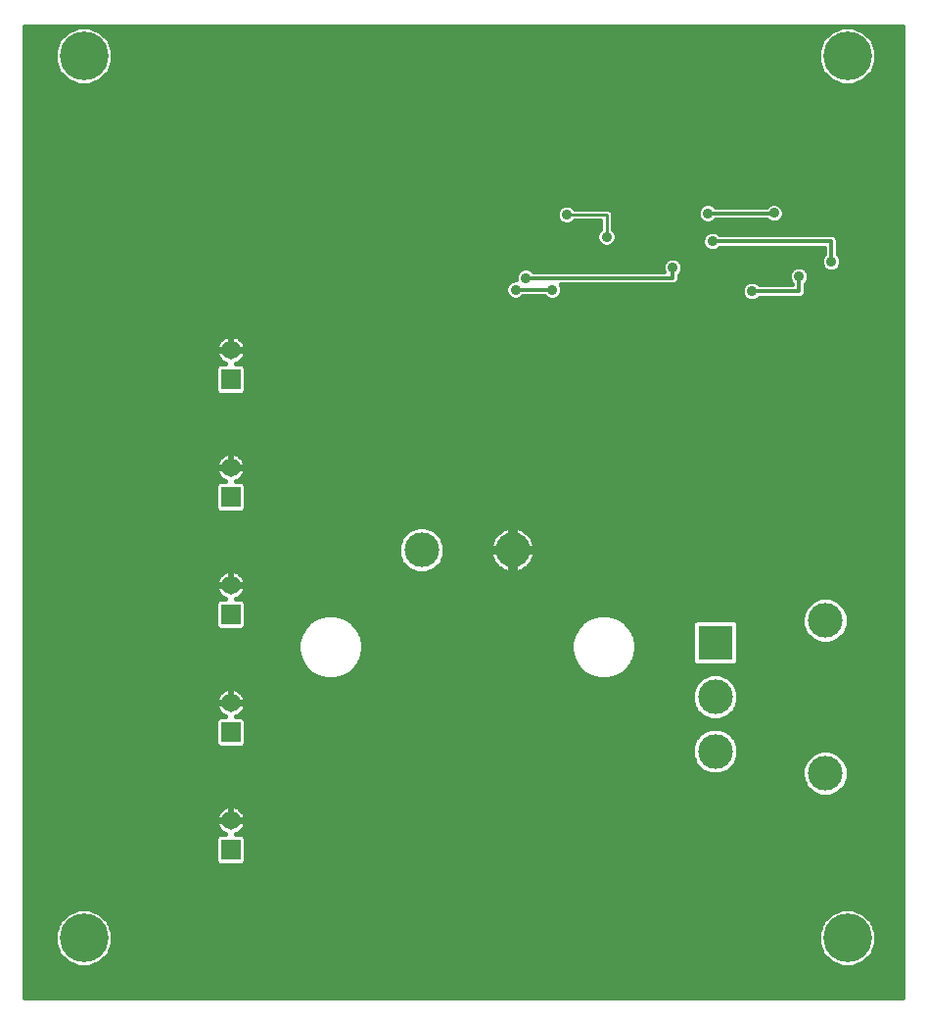
<source format=gbl>
G75*
G70*
%OFA0B0*%
%FSLAX24Y24*%
%IPPOS*%
%LPD*%
%AMOC8*
5,1,8,0,0,1.08239X$1,22.5*
%
%ADD10C,0.1181*%
%ADD11R,0.1181X0.1181*%
%ADD12R,0.0650X0.0650*%
%ADD13C,0.0650*%
%ADD14C,0.0100*%
%ADD15C,0.0320*%
%ADD16C,0.0120*%
%ADD17C,0.0357*%
%ADD18C,0.0160*%
%ADD19C,0.1660*%
D10*
X014100Y015800D03*
X017200Y015800D03*
X024100Y010800D03*
X024100Y008950D03*
X027850Y008200D03*
X027850Y013400D03*
D11*
X024100Y012650D03*
D12*
X007600Y013600D03*
X007600Y009600D03*
X007600Y005600D03*
X007600Y017600D03*
X007600Y021600D03*
D13*
X007600Y022600D03*
X007600Y018600D03*
X007600Y014600D03*
X007600Y010600D03*
X007600Y006600D03*
D14*
X017400Y023550D02*
X017500Y023550D01*
X018700Y026100D02*
X018700Y026150D01*
X019050Y027200D02*
X020400Y027200D01*
X020400Y026450D01*
X022200Y025800D02*
X022200Y025750D01*
X022200Y023500D02*
X022200Y023400D01*
X024500Y020350D02*
X024500Y020250D01*
X026300Y022100D02*
X026400Y022100D01*
X026400Y022150D01*
X027500Y020350D02*
X027500Y020250D01*
X028200Y023800D02*
X028300Y023800D01*
X025000Y029100D02*
X025000Y029150D01*
X015400Y026500D02*
X015400Y026100D01*
D15*
X025500Y015600D02*
X025650Y015600D01*
D16*
X023900Y023450D02*
X022200Y023450D01*
X022200Y023500D01*
X022650Y025050D02*
X022650Y025400D01*
X022650Y025050D02*
X017650Y025050D01*
X017300Y024650D02*
X018550Y024650D01*
X023350Y026650D02*
X023450Y026650D01*
X023450Y026700D01*
X023850Y027250D02*
X025900Y027250D01*
X026100Y027259D01*
X028050Y026300D02*
X028050Y025600D01*
X028050Y026300D02*
X024000Y026300D01*
X025350Y024600D02*
X026950Y024600D01*
X026950Y025100D01*
D17*
X026950Y025100D03*
X028050Y025600D03*
X028300Y023800D03*
X026300Y022100D03*
X027500Y020250D03*
X024500Y020250D03*
X023900Y023450D03*
X022200Y023500D03*
X020900Y024500D03*
X022200Y025800D03*
X022650Y025400D03*
X023350Y026650D03*
X024000Y026300D03*
X023850Y027250D03*
X025000Y029150D03*
X026100Y027259D03*
X025350Y024600D03*
X020400Y026450D03*
X019050Y027200D03*
X018700Y026150D03*
X018550Y024650D03*
X017650Y025050D03*
X017300Y024650D03*
X017400Y023550D03*
X015400Y026100D03*
X016800Y027600D03*
X012700Y030050D03*
X012000Y030050D03*
X011200Y030050D03*
X010400Y030050D03*
X009700Y030050D03*
X009000Y030050D03*
X004300Y030900D03*
X008900Y023750D03*
X008900Y023150D03*
X008900Y022550D03*
X009600Y022550D03*
X009600Y023150D03*
X009600Y023750D03*
X010300Y023750D03*
X010300Y023150D03*
X010300Y022550D03*
X011100Y022550D03*
X011100Y023150D03*
X011100Y023750D03*
X011900Y023750D03*
X011900Y023150D03*
X012700Y023750D03*
X025650Y015600D03*
D18*
X000580Y000580D02*
X000580Y033616D01*
X030490Y033616D01*
X030490Y000580D01*
X000580Y000580D01*
X000580Y000734D02*
X030490Y000734D01*
X030490Y000893D02*
X000580Y000893D01*
X000580Y001051D02*
X030490Y001051D01*
X030490Y001210D02*
X000580Y001210D01*
X000580Y001368D02*
X030490Y001368D01*
X030490Y001527D02*
X000580Y001527D01*
X000580Y001685D02*
X002222Y001685D01*
X002403Y001610D02*
X002797Y001610D01*
X003161Y001761D01*
X003439Y002039D01*
X003590Y002403D01*
X003590Y002797D01*
X003439Y003161D01*
X003161Y003439D01*
X002797Y003590D01*
X002403Y003590D01*
X002039Y003439D01*
X001761Y003161D01*
X001610Y002797D01*
X001610Y002403D01*
X001761Y002039D01*
X002039Y001761D01*
X002403Y001610D01*
X001957Y001844D02*
X000580Y001844D01*
X000580Y002002D02*
X001798Y002002D01*
X001711Y002161D02*
X000580Y002161D01*
X000580Y002319D02*
X001645Y002319D01*
X001610Y002478D02*
X000580Y002478D01*
X000580Y002636D02*
X001610Y002636D01*
X001610Y002795D02*
X000580Y002795D01*
X000580Y002953D02*
X001675Y002953D01*
X001740Y003112D02*
X000580Y003112D01*
X000580Y003270D02*
X001870Y003270D01*
X002029Y003429D02*
X000580Y003429D01*
X000580Y003587D02*
X002396Y003587D01*
X002804Y003587D02*
X028396Y003587D01*
X028403Y003590D02*
X028039Y003439D01*
X027761Y003161D01*
X027610Y002797D01*
X027610Y002403D01*
X027761Y002039D01*
X028039Y001761D01*
X028403Y001610D01*
X028797Y001610D01*
X029161Y001761D01*
X029439Y002039D01*
X029590Y002403D01*
X029590Y002797D01*
X029439Y003161D01*
X029161Y003439D01*
X028797Y003590D01*
X028403Y003590D01*
X028804Y003587D02*
X030490Y003587D01*
X030490Y003429D02*
X029171Y003429D01*
X029330Y003270D02*
X030490Y003270D01*
X030490Y003112D02*
X029460Y003112D01*
X029525Y002953D02*
X030490Y002953D01*
X030490Y002795D02*
X029590Y002795D01*
X029590Y002636D02*
X030490Y002636D01*
X030490Y002478D02*
X029590Y002478D01*
X029555Y002319D02*
X030490Y002319D01*
X030490Y002161D02*
X029489Y002161D01*
X029402Y002002D02*
X030490Y002002D01*
X030490Y001844D02*
X029243Y001844D01*
X028978Y001685D02*
X030490Y001685D01*
X030490Y003746D02*
X000580Y003746D01*
X000580Y003904D02*
X030490Y003904D01*
X030490Y004063D02*
X000580Y004063D01*
X000580Y004221D02*
X030490Y004221D01*
X030490Y004380D02*
X000580Y004380D01*
X000580Y004538D02*
X030490Y004538D01*
X030490Y004697D02*
X000580Y004697D01*
X000580Y004855D02*
X030490Y004855D01*
X030490Y005014D02*
X000580Y005014D01*
X000580Y005172D02*
X007096Y005172D01*
X007075Y005192D02*
X007192Y005075D01*
X008008Y005075D01*
X008125Y005192D01*
X008125Y006008D01*
X008008Y006125D01*
X007771Y006125D01*
X007794Y006132D01*
X007865Y006168D01*
X007929Y006215D01*
X007985Y006271D01*
X008032Y006335D01*
X008068Y006406D01*
X008092Y006482D01*
X008105Y006560D01*
X008105Y006572D01*
X007628Y006572D01*
X007628Y006628D01*
X008105Y006628D01*
X008105Y006640D01*
X008092Y006718D01*
X008068Y006794D01*
X008032Y006865D01*
X007985Y006929D01*
X007929Y006985D01*
X007865Y007032D01*
X007794Y007068D01*
X007718Y007092D01*
X007640Y007105D01*
X007628Y007105D01*
X007628Y006628D01*
X007572Y006628D01*
X007572Y006572D01*
X007095Y006572D01*
X007095Y006560D01*
X007108Y006482D01*
X007132Y006406D01*
X007168Y006335D01*
X007215Y006271D01*
X007271Y006215D01*
X007335Y006168D01*
X007406Y006132D01*
X007429Y006125D01*
X007192Y006125D01*
X007075Y006008D01*
X007075Y005192D01*
X007075Y005331D02*
X000580Y005331D01*
X000580Y005489D02*
X007075Y005489D01*
X007075Y005648D02*
X000580Y005648D01*
X000580Y005806D02*
X007075Y005806D01*
X007075Y005965D02*
X000580Y005965D01*
X000580Y006123D02*
X007191Y006123D01*
X007207Y006282D02*
X000580Y006282D01*
X000580Y006440D02*
X007121Y006440D01*
X007095Y006628D02*
X007572Y006628D01*
X007572Y007105D01*
X007560Y007105D01*
X007482Y007092D01*
X007406Y007068D01*
X007335Y007032D01*
X007271Y006985D01*
X007215Y006929D01*
X007168Y006865D01*
X007132Y006794D01*
X007108Y006718D01*
X007095Y006640D01*
X007095Y006628D01*
X007120Y006757D02*
X000580Y006757D01*
X000580Y006599D02*
X007572Y006599D01*
X007628Y006599D02*
X030490Y006599D01*
X030490Y006757D02*
X008080Y006757D01*
X007995Y006916D02*
X030490Y006916D01*
X030490Y007074D02*
X007775Y007074D01*
X007628Y007074D02*
X007572Y007074D01*
X007425Y007074D02*
X000580Y007074D01*
X000580Y006916D02*
X007205Y006916D01*
X007572Y006916D02*
X007628Y006916D01*
X007628Y006757D02*
X007572Y006757D01*
X007993Y006282D02*
X030490Y006282D01*
X030490Y006440D02*
X008079Y006440D01*
X008009Y006123D02*
X030490Y006123D01*
X030490Y005965D02*
X008125Y005965D01*
X008125Y005806D02*
X030490Y005806D01*
X030490Y005648D02*
X008125Y005648D01*
X008125Y005489D02*
X030490Y005489D01*
X030490Y005331D02*
X008125Y005331D01*
X008104Y005172D02*
X030490Y005172D01*
X030490Y007233D02*
X000580Y007233D01*
X000580Y007391D02*
X030490Y007391D01*
X030490Y007550D02*
X028318Y007550D01*
X028298Y007530D02*
X028520Y007752D01*
X028641Y008043D01*
X028641Y008357D01*
X028520Y008648D01*
X028298Y008870D01*
X028007Y008991D01*
X027693Y008991D01*
X027402Y008870D01*
X027180Y008648D01*
X027059Y008357D01*
X027059Y008043D01*
X027180Y007752D01*
X027402Y007530D01*
X027693Y007409D01*
X028007Y007409D01*
X028298Y007530D01*
X028476Y007708D02*
X030490Y007708D01*
X030490Y007867D02*
X028568Y007867D01*
X028633Y008025D02*
X030490Y008025D01*
X030490Y008184D02*
X028641Y008184D01*
X028641Y008342D02*
X030490Y008342D01*
X030490Y008501D02*
X028581Y008501D01*
X028509Y008659D02*
X030490Y008659D01*
X030490Y008818D02*
X028350Y008818D01*
X028042Y008976D02*
X030490Y008976D01*
X030490Y009135D02*
X024879Y009135D01*
X024891Y009107D02*
X024770Y009398D01*
X024548Y009620D01*
X024257Y009741D01*
X023943Y009741D01*
X023652Y009620D01*
X023430Y009398D01*
X023309Y009107D01*
X023309Y008793D01*
X023430Y008502D01*
X023652Y008280D01*
X023943Y008159D01*
X024257Y008159D01*
X024548Y008280D01*
X024770Y008502D01*
X024891Y008793D01*
X024891Y009107D01*
X024891Y008976D02*
X027658Y008976D01*
X027350Y008818D02*
X024891Y008818D01*
X024835Y008659D02*
X027191Y008659D01*
X027119Y008501D02*
X024769Y008501D01*
X024610Y008342D02*
X027059Y008342D01*
X027059Y008184D02*
X024315Y008184D01*
X023885Y008184D02*
X000580Y008184D01*
X000580Y008342D02*
X023590Y008342D01*
X023431Y008501D02*
X000580Y008501D01*
X000580Y008659D02*
X023365Y008659D01*
X023309Y008818D02*
X000580Y008818D01*
X000580Y008976D02*
X023309Y008976D01*
X023321Y009135D02*
X008067Y009135D01*
X008125Y009192D02*
X008008Y009075D01*
X007192Y009075D01*
X007075Y009192D01*
X007075Y010008D01*
X007192Y010125D01*
X007429Y010125D01*
X007406Y010132D01*
X007335Y010168D01*
X007271Y010215D01*
X007215Y010271D01*
X007168Y010335D01*
X007132Y010406D01*
X007108Y010482D01*
X007095Y010560D01*
X007095Y010572D01*
X007572Y010572D01*
X007572Y010628D01*
X007095Y010628D01*
X007095Y010640D01*
X007108Y010718D01*
X007132Y010794D01*
X007168Y010865D01*
X007215Y010929D01*
X007271Y010985D01*
X007335Y011032D01*
X007406Y011068D01*
X007482Y011092D01*
X007560Y011105D01*
X007572Y011105D01*
X007572Y010628D01*
X007628Y010628D01*
X008105Y010628D01*
X008105Y010640D01*
X008092Y010718D01*
X008068Y010794D01*
X008032Y010865D01*
X007985Y010929D01*
X007929Y010985D01*
X007865Y011032D01*
X007794Y011068D01*
X007718Y011092D01*
X007640Y011105D01*
X007628Y011105D01*
X007628Y010628D01*
X007628Y010572D01*
X008105Y010572D01*
X008105Y010560D01*
X008092Y010482D01*
X008068Y010406D01*
X008032Y010335D01*
X007985Y010271D01*
X007929Y010215D01*
X007865Y010168D01*
X007794Y010132D01*
X007771Y010125D01*
X008008Y010125D01*
X008125Y010008D01*
X008125Y009192D01*
X008125Y009293D02*
X023386Y009293D01*
X023484Y009452D02*
X008125Y009452D01*
X008125Y009610D02*
X023642Y009610D01*
X023759Y010086D02*
X008047Y010086D01*
X008125Y009927D02*
X030490Y009927D01*
X030490Y009769D02*
X008125Y009769D01*
X007958Y010244D02*
X023538Y010244D01*
X023430Y010352D02*
X023652Y010130D01*
X023943Y010009D01*
X024257Y010009D01*
X024548Y010130D01*
X024770Y010352D01*
X024891Y010643D01*
X024891Y010957D01*
X024770Y011248D01*
X024548Y011470D01*
X024257Y011591D01*
X023943Y011591D01*
X023652Y011470D01*
X023430Y011248D01*
X023309Y010957D01*
X023309Y010643D01*
X023430Y010352D01*
X023409Y010403D02*
X008066Y010403D01*
X008105Y010561D02*
X023343Y010561D01*
X023309Y010720D02*
X008092Y010720D01*
X008022Y010878D02*
X023309Y010878D01*
X023342Y011037D02*
X007855Y011037D01*
X007628Y011037D02*
X007572Y011037D01*
X007572Y010878D02*
X007628Y010878D01*
X007628Y010720D02*
X007572Y010720D01*
X007345Y011037D02*
X000580Y011037D01*
X000580Y011195D02*
X023408Y011195D01*
X023536Y011354D02*
X000580Y011354D01*
X000580Y011512D02*
X010491Y011512D01*
X010572Y011466D02*
X010318Y011612D01*
X010112Y011818D01*
X009966Y012072D01*
X009890Y012354D01*
X009890Y012646D01*
X009966Y012928D01*
X010112Y013182D01*
X010318Y013388D01*
X010572Y013534D01*
X010854Y013610D01*
X011146Y013610D01*
X011428Y013534D01*
X011682Y013388D01*
X011888Y013182D01*
X012034Y012928D01*
X012110Y012646D01*
X012110Y012354D01*
X012034Y012072D01*
X011888Y011818D01*
X011682Y011612D01*
X011428Y011466D01*
X011146Y011390D01*
X010854Y011390D01*
X010572Y011466D01*
X010260Y011671D02*
X000580Y011671D01*
X000580Y011829D02*
X010106Y011829D01*
X010014Y011988D02*
X000580Y011988D01*
X000580Y012146D02*
X009946Y012146D01*
X009903Y012305D02*
X000580Y012305D01*
X000580Y012463D02*
X009890Y012463D01*
X009890Y012622D02*
X000580Y012622D01*
X000580Y012780D02*
X009926Y012780D01*
X009972Y012939D02*
X000580Y012939D01*
X000580Y013097D02*
X007171Y013097D01*
X007192Y013075D02*
X008008Y013075D01*
X008125Y013192D01*
X008125Y014008D01*
X008008Y014125D01*
X007771Y014125D01*
X007794Y014132D01*
X007865Y014168D01*
X007929Y014215D01*
X007985Y014271D01*
X008032Y014335D01*
X008068Y014406D01*
X008092Y014482D01*
X008105Y014560D01*
X008105Y014572D01*
X007628Y014572D01*
X007628Y014628D01*
X008105Y014628D01*
X008105Y014640D01*
X008092Y014718D01*
X008068Y014794D01*
X008032Y014865D01*
X007985Y014929D01*
X007929Y014985D01*
X007865Y015032D01*
X007794Y015068D01*
X007718Y015092D01*
X007640Y015105D01*
X007628Y015105D01*
X007628Y014628D01*
X007572Y014628D01*
X007572Y014572D01*
X007095Y014572D01*
X007095Y014560D01*
X007108Y014482D01*
X007132Y014406D01*
X007168Y014335D01*
X007215Y014271D01*
X007271Y014215D01*
X007335Y014168D01*
X007406Y014132D01*
X007429Y014125D01*
X007192Y014125D01*
X007075Y014008D01*
X007075Y013192D01*
X007192Y013075D01*
X007075Y013256D02*
X000580Y013256D01*
X000580Y013414D02*
X007075Y013414D01*
X007075Y013573D02*
X000580Y013573D01*
X000580Y013731D02*
X007075Y013731D01*
X007075Y013890D02*
X000580Y013890D01*
X000580Y014048D02*
X007116Y014048D01*
X007283Y014207D02*
X000580Y014207D01*
X000580Y014365D02*
X007153Y014365D01*
X007101Y014524D02*
X000580Y014524D01*
X000580Y014682D02*
X007102Y014682D01*
X007108Y014718D02*
X007095Y014640D01*
X007095Y014628D01*
X007572Y014628D01*
X007572Y015105D01*
X007560Y015105D01*
X007482Y015092D01*
X007406Y015068D01*
X007335Y015032D01*
X007271Y014985D01*
X007215Y014929D01*
X007168Y014865D01*
X007132Y014794D01*
X007108Y014718D01*
X007156Y014841D02*
X000580Y014841D01*
X000580Y014999D02*
X007290Y014999D01*
X007572Y014999D02*
X007628Y014999D01*
X007628Y014841D02*
X007572Y014841D01*
X007572Y014682D02*
X007628Y014682D01*
X007910Y014999D02*
X030490Y014999D01*
X030490Y014841D02*
X008044Y014841D01*
X008098Y014682D02*
X030490Y014682D01*
X030490Y014524D02*
X008099Y014524D01*
X008047Y014365D02*
X030490Y014365D01*
X030490Y014207D02*
X007917Y014207D01*
X008084Y014048D02*
X027380Y014048D01*
X027402Y014070D02*
X027180Y013848D01*
X027059Y013557D01*
X027059Y013243D01*
X027180Y012952D01*
X027402Y012730D01*
X027693Y012609D01*
X028007Y012609D01*
X028298Y012730D01*
X028520Y012952D01*
X028641Y013243D01*
X028641Y013557D01*
X028520Y013848D01*
X028298Y014070D01*
X028007Y014191D01*
X027693Y014191D01*
X027402Y014070D01*
X027222Y013890D02*
X008125Y013890D01*
X008125Y013731D02*
X027131Y013731D01*
X027066Y013573D02*
X020586Y013573D01*
X020446Y013610D02*
X020728Y013534D01*
X020982Y013388D01*
X021188Y013182D01*
X021334Y012928D01*
X021410Y012646D01*
X021410Y012354D01*
X021334Y012072D01*
X021188Y011818D01*
X020982Y011612D01*
X020728Y011466D01*
X020446Y011390D01*
X020154Y011390D01*
X019872Y011466D01*
X019618Y011612D01*
X019412Y011818D01*
X019266Y012072D01*
X019190Y012354D01*
X019190Y012646D01*
X019266Y012928D01*
X019412Y013182D01*
X019618Y013388D01*
X019872Y013534D01*
X020154Y013610D01*
X020446Y013610D01*
X020014Y013573D02*
X011286Y013573D01*
X011637Y013414D02*
X019663Y013414D01*
X019486Y013256D02*
X011814Y013256D01*
X011937Y013097D02*
X019363Y013097D01*
X019272Y012939D02*
X012028Y012939D01*
X012074Y012780D02*
X019226Y012780D01*
X019190Y012622D02*
X012110Y012622D01*
X012110Y012463D02*
X019190Y012463D01*
X019203Y012305D02*
X012097Y012305D01*
X012054Y012146D02*
X019246Y012146D01*
X019314Y011988D02*
X011986Y011988D01*
X011894Y011829D02*
X019406Y011829D01*
X019560Y011671D02*
X011740Y011671D01*
X011509Y011512D02*
X019791Y011512D01*
X020809Y011512D02*
X023753Y011512D01*
X023427Y011859D02*
X023309Y011977D01*
X023309Y013323D01*
X023427Y013441D01*
X024773Y013441D01*
X024891Y013323D01*
X024891Y011977D01*
X024773Y011859D01*
X023427Y011859D01*
X023309Y011988D02*
X021286Y011988D01*
X021354Y012146D02*
X023309Y012146D01*
X023309Y012305D02*
X021397Y012305D01*
X021410Y012463D02*
X023309Y012463D01*
X023309Y012622D02*
X021410Y012622D01*
X021374Y012780D02*
X023309Y012780D01*
X023309Y012939D02*
X021328Y012939D01*
X021237Y013097D02*
X023309Y013097D01*
X023309Y013256D02*
X021114Y013256D01*
X020937Y013414D02*
X023400Y013414D01*
X024800Y013414D02*
X027059Y013414D01*
X027059Y013256D02*
X024891Y013256D01*
X024891Y013097D02*
X027120Y013097D01*
X027193Y012939D02*
X024891Y012939D01*
X024891Y012780D02*
X027352Y012780D01*
X027664Y012622D02*
X024891Y012622D01*
X024891Y012463D02*
X030490Y012463D01*
X030490Y012305D02*
X024891Y012305D01*
X024891Y012146D02*
X030490Y012146D01*
X030490Y011988D02*
X024891Y011988D01*
X024447Y011512D02*
X030490Y011512D01*
X030490Y011354D02*
X024664Y011354D01*
X024792Y011195D02*
X030490Y011195D01*
X030490Y011037D02*
X024858Y011037D01*
X024891Y010878D02*
X030490Y010878D01*
X030490Y010720D02*
X024891Y010720D01*
X024857Y010561D02*
X030490Y010561D01*
X030490Y010403D02*
X024791Y010403D01*
X024662Y010244D02*
X030490Y010244D01*
X030490Y010086D02*
X024441Y010086D01*
X024558Y009610D02*
X030490Y009610D01*
X030490Y009452D02*
X024716Y009452D01*
X024814Y009293D02*
X030490Y009293D01*
X030490Y011671D02*
X021040Y011671D01*
X021194Y011829D02*
X030490Y011829D01*
X030490Y012622D02*
X028036Y012622D01*
X028348Y012780D02*
X030490Y012780D01*
X030490Y012939D02*
X028507Y012939D01*
X028580Y013097D02*
X030490Y013097D01*
X030490Y013256D02*
X028641Y013256D01*
X028641Y013414D02*
X030490Y013414D01*
X030490Y013573D02*
X028634Y013573D01*
X028569Y013731D02*
X030490Y013731D01*
X030490Y013890D02*
X028478Y013890D01*
X028320Y014048D02*
X030490Y014048D01*
X030490Y015158D02*
X017628Y015158D01*
X017629Y015158D02*
X017709Y015219D01*
X017781Y015291D01*
X017842Y015371D01*
X017893Y015458D01*
X017931Y015552D01*
X017957Y015649D01*
X017967Y015720D01*
X017280Y015720D01*
X017280Y015880D01*
X017120Y015880D01*
X017120Y016567D01*
X017049Y016557D01*
X016952Y016531D01*
X016858Y016493D01*
X016771Y016442D01*
X016691Y016381D01*
X016619Y016309D01*
X016558Y016229D01*
X016507Y016142D01*
X016469Y016048D01*
X016443Y015951D01*
X016433Y015880D01*
X017120Y015880D01*
X017120Y015720D01*
X016433Y015720D01*
X016443Y015649D01*
X016469Y015552D01*
X016507Y015458D01*
X016558Y015371D01*
X016619Y015291D01*
X016691Y015219D01*
X016771Y015158D01*
X016858Y015107D01*
X016952Y015069D01*
X017049Y015043D01*
X017120Y015033D01*
X017120Y015720D01*
X017280Y015720D01*
X017280Y015033D01*
X017351Y015043D01*
X017448Y015069D01*
X017542Y015107D01*
X017629Y015158D01*
X017800Y015316D02*
X030490Y015316D01*
X030490Y015475D02*
X017899Y015475D01*
X017953Y015633D02*
X030490Y015633D01*
X030490Y015792D02*
X017280Y015792D01*
X017280Y015880D02*
X017967Y015880D01*
X017957Y015951D01*
X017931Y016048D01*
X017893Y016142D01*
X017842Y016229D01*
X017781Y016309D01*
X017709Y016381D01*
X017629Y016442D01*
X017542Y016493D01*
X017448Y016531D01*
X017351Y016557D01*
X017280Y016567D01*
X017280Y015880D01*
X017280Y015950D02*
X017120Y015950D01*
X017120Y015792D02*
X014891Y015792D01*
X014891Y015643D02*
X014891Y015957D01*
X014770Y016248D01*
X014548Y016470D01*
X014257Y016591D01*
X013943Y016591D01*
X013652Y016470D01*
X013430Y016248D01*
X013309Y015957D01*
X013309Y015643D01*
X013430Y015352D01*
X013652Y015130D01*
X013943Y015009D01*
X014257Y015009D01*
X014548Y015130D01*
X014770Y015352D01*
X014891Y015643D01*
X014887Y015633D02*
X016447Y015633D01*
X016501Y015475D02*
X014821Y015475D01*
X014734Y015316D02*
X016600Y015316D01*
X016772Y015158D02*
X014576Y015158D01*
X014891Y015950D02*
X016443Y015950D01*
X016494Y016109D02*
X014828Y016109D01*
X014751Y016267D02*
X016587Y016267D01*
X016749Y016426D02*
X014592Y016426D01*
X014273Y016584D02*
X030490Y016584D01*
X030490Y016426D02*
X017651Y016426D01*
X017813Y016267D02*
X030490Y016267D01*
X030490Y016109D02*
X017906Y016109D01*
X017957Y015950D02*
X030490Y015950D01*
X030490Y016743D02*
X000580Y016743D01*
X000580Y016901D02*
X030490Y016901D01*
X030490Y017060D02*
X000580Y017060D01*
X000580Y017218D02*
X007075Y017218D01*
X007075Y017192D02*
X007192Y017075D01*
X008008Y017075D01*
X008125Y017192D01*
X008125Y018008D01*
X008008Y018125D01*
X007771Y018125D01*
X007794Y018132D01*
X007865Y018168D01*
X007929Y018215D01*
X007985Y018271D01*
X008032Y018335D01*
X008068Y018406D01*
X008092Y018482D01*
X008105Y018560D01*
X008105Y018572D01*
X007628Y018572D01*
X007628Y018628D01*
X008105Y018628D01*
X008105Y018640D01*
X008092Y018718D01*
X008068Y018794D01*
X008032Y018865D01*
X007985Y018929D01*
X007929Y018985D01*
X007865Y019032D01*
X007794Y019068D01*
X007718Y019092D01*
X007640Y019105D01*
X007628Y019105D01*
X007628Y018628D01*
X007572Y018628D01*
X007572Y018572D01*
X007095Y018572D01*
X007095Y018560D01*
X007108Y018482D01*
X007132Y018406D01*
X007168Y018335D01*
X007215Y018271D01*
X007271Y018215D01*
X007335Y018168D01*
X007406Y018132D01*
X007429Y018125D01*
X007192Y018125D01*
X007075Y018008D01*
X007075Y017192D01*
X007075Y017377D02*
X000580Y017377D01*
X000580Y017535D02*
X007075Y017535D01*
X007075Y017694D02*
X000580Y017694D01*
X000580Y017852D02*
X007075Y017852D01*
X007078Y018011D02*
X000580Y018011D01*
X000580Y018169D02*
X007334Y018169D01*
X007174Y018328D02*
X000580Y018328D01*
X000580Y018486D02*
X007107Y018486D01*
X007095Y018628D02*
X007572Y018628D01*
X007572Y019105D01*
X007560Y019105D01*
X007482Y019092D01*
X007406Y019068D01*
X007335Y019032D01*
X007271Y018985D01*
X007215Y018929D01*
X007168Y018865D01*
X007132Y018794D01*
X007108Y018718D01*
X007095Y018640D01*
X007095Y018628D01*
X007096Y018645D02*
X000580Y018645D01*
X000580Y018803D02*
X007137Y018803D01*
X007248Y018962D02*
X000580Y018962D01*
X000580Y019120D02*
X030490Y019120D01*
X030490Y018962D02*
X007952Y018962D01*
X008063Y018803D02*
X030490Y018803D01*
X030490Y018645D02*
X008104Y018645D01*
X008093Y018486D02*
X030490Y018486D01*
X030490Y018328D02*
X008026Y018328D01*
X007866Y018169D02*
X030490Y018169D01*
X030490Y018011D02*
X008122Y018011D01*
X008125Y017852D02*
X030490Y017852D01*
X030490Y017694D02*
X008125Y017694D01*
X008125Y017535D02*
X030490Y017535D01*
X030490Y017377D02*
X008125Y017377D01*
X008125Y017218D02*
X030490Y017218D01*
X030490Y019279D02*
X000580Y019279D01*
X000580Y019437D02*
X030490Y019437D01*
X030490Y019596D02*
X000580Y019596D01*
X000580Y019754D02*
X030490Y019754D01*
X030490Y019913D02*
X000580Y019913D01*
X000580Y020071D02*
X030490Y020071D01*
X030490Y020230D02*
X000580Y020230D01*
X000580Y020388D02*
X030490Y020388D01*
X030490Y020547D02*
X000580Y020547D01*
X000580Y020705D02*
X030490Y020705D01*
X030490Y020864D02*
X000580Y020864D01*
X000580Y021022D02*
X030490Y021022D01*
X030490Y021181D02*
X008113Y021181D01*
X008125Y021192D02*
X008125Y022008D01*
X008008Y022125D01*
X007771Y022125D01*
X007794Y022132D01*
X007865Y022168D01*
X007929Y022215D01*
X007985Y022271D01*
X008032Y022335D01*
X008068Y022406D01*
X008092Y022482D01*
X008105Y022560D01*
X008105Y022572D01*
X007628Y022572D01*
X007628Y022628D01*
X008105Y022628D01*
X008105Y022640D01*
X008092Y022718D01*
X008068Y022794D01*
X008032Y022865D01*
X007985Y022929D01*
X007929Y022985D01*
X007865Y023032D01*
X007794Y023068D01*
X007718Y023092D01*
X007640Y023105D01*
X007628Y023105D01*
X007628Y022628D01*
X007572Y022628D01*
X007572Y022572D01*
X007095Y022572D01*
X007095Y022560D01*
X007108Y022482D01*
X007132Y022406D01*
X007168Y022335D01*
X007215Y022271D01*
X007271Y022215D01*
X007335Y022168D01*
X007406Y022132D01*
X007429Y022125D01*
X007192Y022125D01*
X007075Y022008D01*
X007075Y021192D01*
X007192Y021075D01*
X008008Y021075D01*
X008125Y021192D01*
X008125Y021339D02*
X030490Y021339D01*
X030490Y021498D02*
X008125Y021498D01*
X008125Y021656D02*
X030490Y021656D01*
X030490Y021815D02*
X008125Y021815D01*
X008125Y021973D02*
X030490Y021973D01*
X030490Y022132D02*
X007792Y022132D01*
X007999Y022290D02*
X030490Y022290D01*
X030490Y022449D02*
X008082Y022449D01*
X008077Y022766D02*
X030490Y022766D01*
X030490Y022924D02*
X007989Y022924D01*
X007748Y023083D02*
X030490Y023083D01*
X030490Y023241D02*
X000580Y023241D01*
X000580Y023083D02*
X007452Y023083D01*
X007482Y023092D02*
X007406Y023068D01*
X007335Y023032D01*
X007271Y022985D01*
X007215Y022929D01*
X007168Y022865D01*
X007132Y022794D01*
X007108Y022718D01*
X007095Y022640D01*
X007095Y022628D01*
X007572Y022628D01*
X007572Y023105D01*
X007560Y023105D01*
X007482Y023092D01*
X007572Y023083D02*
X007628Y023083D01*
X007628Y022924D02*
X007572Y022924D01*
X007572Y022766D02*
X007628Y022766D01*
X007628Y022607D02*
X030490Y022607D01*
X030490Y023400D02*
X000580Y023400D01*
X000580Y023558D02*
X030490Y023558D01*
X030490Y023717D02*
X000580Y023717D01*
X000580Y023875D02*
X030490Y023875D01*
X030490Y024034D02*
X000580Y024034D01*
X000580Y024192D02*
X030490Y024192D01*
X030490Y024351D02*
X025579Y024351D01*
X025609Y024380D02*
X026859Y024380D01*
X027041Y024380D01*
X027170Y024509D01*
X030490Y024509D01*
X030490Y024668D02*
X027170Y024668D01*
X027170Y024826D02*
X030490Y024826D01*
X030490Y024985D02*
X027268Y024985D01*
X027288Y025033D02*
X027288Y025167D01*
X027237Y025292D01*
X027142Y025387D01*
X027017Y025438D01*
X026883Y025438D01*
X026758Y025387D01*
X026663Y025292D01*
X026612Y025167D01*
X026612Y025033D01*
X026663Y024908D01*
X026730Y024841D01*
X026730Y024820D01*
X025609Y024820D01*
X025542Y024887D01*
X025417Y024938D01*
X025283Y024938D01*
X025158Y024887D01*
X025063Y024792D01*
X025012Y024667D01*
X025012Y024533D01*
X025063Y024408D01*
X025158Y024313D01*
X025283Y024262D01*
X025417Y024262D01*
X025542Y024313D01*
X025609Y024380D01*
X025603Y024826D02*
X026730Y024826D01*
X026632Y024985D02*
X022870Y024985D01*
X022870Y024959D02*
X022870Y025141D01*
X022937Y025208D01*
X022988Y025333D01*
X022988Y025467D01*
X022937Y025592D01*
X022842Y025687D01*
X022717Y025738D01*
X022583Y025738D01*
X022458Y025687D01*
X022363Y025592D01*
X022312Y025467D01*
X022312Y025333D01*
X022338Y025270D01*
X017909Y025270D01*
X017842Y025337D01*
X017717Y025388D01*
X017583Y025388D01*
X017458Y025337D01*
X017363Y025242D01*
X017312Y025117D01*
X017312Y024988D01*
X017233Y024988D01*
X017108Y024937D01*
X017013Y024842D01*
X016962Y024717D01*
X016962Y024583D01*
X017013Y024458D01*
X017108Y024363D01*
X017233Y024312D01*
X017367Y024312D01*
X017492Y024363D01*
X017559Y024430D01*
X018291Y024430D01*
X018358Y024363D01*
X018483Y024312D01*
X018617Y024312D01*
X018742Y024363D01*
X018837Y024458D01*
X018888Y024583D01*
X018888Y024717D01*
X018842Y024830D01*
X022741Y024830D01*
X022870Y024959D01*
X022872Y025143D02*
X026612Y025143D01*
X026673Y025302D02*
X022976Y025302D01*
X022988Y025460D02*
X027742Y025460D01*
X027763Y025408D02*
X027858Y025313D01*
X027983Y025262D01*
X028117Y025262D01*
X028242Y025313D01*
X028337Y025408D01*
X028388Y025533D01*
X028388Y025667D01*
X028337Y025792D01*
X028270Y025859D01*
X028270Y026391D01*
X028141Y026520D01*
X024259Y026520D01*
X024192Y026587D01*
X024067Y026638D01*
X023933Y026638D01*
X023808Y026587D01*
X023713Y026492D01*
X023662Y026367D01*
X023662Y026233D01*
X023713Y026108D01*
X023808Y026013D01*
X023933Y025962D01*
X024067Y025962D01*
X024192Y026013D01*
X024259Y026080D01*
X027830Y026080D01*
X027830Y025859D01*
X027763Y025792D01*
X027712Y025667D01*
X027712Y025533D01*
X027763Y025408D01*
X027886Y025302D02*
X027227Y025302D01*
X027288Y025143D02*
X030490Y025143D01*
X030490Y025302D02*
X028214Y025302D01*
X028358Y025460D02*
X030490Y025460D01*
X030490Y025619D02*
X028388Y025619D01*
X028343Y025777D02*
X030490Y025777D01*
X030490Y025936D02*
X028270Y025936D01*
X028270Y026094D02*
X030490Y026094D01*
X030490Y026253D02*
X028270Y026253D01*
X028250Y026411D02*
X030490Y026411D01*
X030490Y026570D02*
X024209Y026570D01*
X023791Y026570D02*
X020717Y026570D01*
X020738Y026517D02*
X020687Y026642D01*
X020610Y026719D01*
X020610Y027287D01*
X020487Y027410D01*
X019319Y027410D01*
X019242Y027487D01*
X019117Y027538D01*
X018983Y027538D01*
X018858Y027487D01*
X018763Y027392D01*
X018712Y027267D01*
X018712Y027133D01*
X018763Y027008D01*
X018858Y026913D01*
X018983Y026862D01*
X019117Y026862D01*
X019242Y026913D01*
X019319Y026990D01*
X020190Y026990D01*
X020190Y026719D01*
X020113Y026642D01*
X020062Y026517D01*
X020062Y026383D01*
X020113Y026258D01*
X020208Y026163D01*
X020333Y026112D01*
X020467Y026112D01*
X020592Y026163D01*
X020687Y026258D01*
X020738Y026383D01*
X020738Y026517D01*
X020738Y026411D02*
X023680Y026411D01*
X023662Y026253D02*
X020681Y026253D01*
X020610Y026728D02*
X030490Y026728D01*
X030490Y026887D02*
X020610Y026887D01*
X020610Y027045D02*
X023576Y027045D01*
X023563Y027058D02*
X023658Y026963D01*
X023783Y026912D01*
X023917Y026912D01*
X024042Y026963D01*
X024109Y027030D01*
X025814Y027030D01*
X025818Y027026D01*
X025852Y027028D01*
X025908Y026972D01*
X026033Y026920D01*
X026167Y026920D01*
X026292Y026972D01*
X026387Y027067D01*
X026438Y027191D01*
X026438Y027326D01*
X026387Y027450D01*
X026292Y027546D01*
X026167Y027597D01*
X026033Y027597D01*
X025908Y027546D01*
X025833Y027470D01*
X024109Y027470D01*
X024042Y027537D01*
X023917Y027588D01*
X023783Y027588D01*
X023658Y027537D01*
X023563Y027442D01*
X023512Y027317D01*
X023512Y027183D01*
X023563Y027058D01*
X023512Y027204D02*
X020610Y027204D01*
X020535Y027362D02*
X023530Y027362D01*
X023642Y027521D02*
X019160Y027521D01*
X018940Y027521D02*
X000580Y027521D01*
X000580Y027679D02*
X030490Y027679D01*
X030490Y027521D02*
X026317Y027521D01*
X026423Y027362D02*
X030490Y027362D01*
X030490Y027204D02*
X026438Y027204D01*
X026365Y027045D02*
X030490Y027045D01*
X030490Y027838D02*
X000580Y027838D01*
X000580Y027996D02*
X030490Y027996D01*
X030490Y028155D02*
X000580Y028155D01*
X000580Y028313D02*
X030490Y028313D01*
X030490Y028472D02*
X000580Y028472D01*
X000580Y028630D02*
X030490Y028630D01*
X030490Y028789D02*
X000580Y028789D01*
X000580Y028947D02*
X030490Y028947D01*
X030490Y029106D02*
X000580Y029106D01*
X000580Y029264D02*
X030490Y029264D01*
X030490Y029423D02*
X000580Y029423D01*
X000580Y029581D02*
X030490Y029581D01*
X030490Y029740D02*
X000580Y029740D01*
X000580Y029898D02*
X030490Y029898D01*
X030490Y030057D02*
X000580Y030057D01*
X000580Y030215D02*
X030490Y030215D01*
X030490Y030374D02*
X000580Y030374D01*
X000580Y030532D02*
X030490Y030532D01*
X030490Y030691D02*
X000580Y030691D01*
X000580Y030849D02*
X030490Y030849D01*
X030490Y031008D02*
X000580Y031008D01*
X000580Y031166D02*
X030490Y031166D01*
X030490Y031325D02*
X000580Y031325D01*
X000580Y031483D02*
X030490Y031483D01*
X030490Y031642D02*
X028873Y031642D01*
X028797Y031610D02*
X029161Y031761D01*
X029439Y032039D01*
X029590Y032403D01*
X029590Y032797D01*
X029439Y033161D01*
X029161Y033439D01*
X028797Y033590D01*
X028403Y033590D01*
X028039Y033439D01*
X027761Y033161D01*
X027610Y032797D01*
X027610Y032403D01*
X027761Y032039D01*
X028039Y031761D01*
X028403Y031610D01*
X028797Y031610D01*
X029200Y031800D02*
X030490Y031800D01*
X030490Y031959D02*
X029359Y031959D01*
X029471Y032117D02*
X030490Y032117D01*
X030490Y032276D02*
X029537Y032276D01*
X029590Y032434D02*
X030490Y032434D01*
X030490Y032593D02*
X029590Y032593D01*
X029590Y032751D02*
X030490Y032751D01*
X030490Y032910D02*
X029543Y032910D01*
X029478Y033068D02*
X030490Y033068D01*
X030490Y033227D02*
X029373Y033227D01*
X029215Y033385D02*
X030490Y033385D01*
X030490Y033544D02*
X028909Y033544D01*
X028291Y033544D02*
X002909Y033544D01*
X002797Y033590D02*
X002403Y033590D01*
X002039Y033439D01*
X001761Y033161D01*
X001610Y032797D01*
X001610Y032403D01*
X001761Y032039D01*
X002039Y031761D01*
X002403Y031610D01*
X002797Y031610D01*
X003161Y031761D01*
X003439Y032039D01*
X003590Y032403D01*
X003590Y032797D01*
X003439Y033161D01*
X003161Y033439D01*
X002797Y033590D01*
X003215Y033385D02*
X027985Y033385D01*
X027827Y033227D02*
X003373Y033227D01*
X003478Y033068D02*
X027722Y033068D01*
X027657Y032910D02*
X003543Y032910D01*
X003590Y032751D02*
X027610Y032751D01*
X027610Y032593D02*
X003590Y032593D01*
X003590Y032434D02*
X027610Y032434D01*
X027663Y032276D02*
X003537Y032276D01*
X003471Y032117D02*
X027729Y032117D01*
X027841Y031959D02*
X003359Y031959D01*
X003200Y031800D02*
X028000Y031800D01*
X028327Y031642D02*
X002873Y031642D01*
X002327Y031642D02*
X000580Y031642D01*
X000580Y031800D02*
X002000Y031800D01*
X001841Y031959D02*
X000580Y031959D01*
X000580Y032117D02*
X001729Y032117D01*
X001663Y032276D02*
X000580Y032276D01*
X000580Y032434D02*
X001610Y032434D01*
X001610Y032593D02*
X000580Y032593D01*
X000580Y032751D02*
X001610Y032751D01*
X001657Y032910D02*
X000580Y032910D01*
X000580Y033068D02*
X001722Y033068D01*
X001827Y033227D02*
X000580Y033227D01*
X000580Y033385D02*
X001985Y033385D01*
X002291Y033544D02*
X000580Y033544D01*
X000580Y027362D02*
X018751Y027362D01*
X018712Y027204D02*
X000580Y027204D01*
X000580Y027045D02*
X018748Y027045D01*
X018922Y026887D02*
X000580Y026887D01*
X000580Y026728D02*
X020190Y026728D01*
X020190Y026887D02*
X019178Y026887D01*
X020083Y026570D02*
X000580Y026570D01*
X000580Y026411D02*
X020062Y026411D01*
X020119Y026253D02*
X000580Y026253D01*
X000580Y026094D02*
X023727Y026094D01*
X022910Y025619D02*
X027712Y025619D01*
X027757Y025777D02*
X000580Y025777D01*
X000580Y025619D02*
X022390Y025619D01*
X022312Y025460D02*
X000580Y025460D01*
X000580Y025302D02*
X017423Y025302D01*
X017322Y025143D02*
X000580Y025143D01*
X000580Y024985D02*
X017223Y024985D01*
X017007Y024826D02*
X000580Y024826D01*
X000580Y024668D02*
X016962Y024668D01*
X016992Y024509D02*
X000580Y024509D01*
X000580Y024351D02*
X017139Y024351D01*
X017461Y024351D02*
X018389Y024351D01*
X018711Y024351D02*
X025121Y024351D01*
X025021Y024509D02*
X018858Y024509D01*
X018888Y024668D02*
X025012Y024668D01*
X025097Y024826D02*
X018843Y024826D01*
X017877Y025302D02*
X022324Y025302D01*
X024058Y027521D02*
X025883Y027521D01*
X027830Y025936D02*
X000580Y025936D01*
X000580Y022924D02*
X007211Y022924D01*
X007123Y022766D02*
X000580Y022766D01*
X000580Y022607D02*
X007572Y022607D01*
X007201Y022290D02*
X000580Y022290D01*
X000580Y022132D02*
X007408Y022132D01*
X007075Y021973D02*
X000580Y021973D01*
X000580Y021815D02*
X007075Y021815D01*
X007075Y021656D02*
X000580Y021656D01*
X000580Y021498D02*
X007075Y021498D01*
X007075Y021339D02*
X000580Y021339D01*
X000580Y021181D02*
X007087Y021181D01*
X007118Y022449D02*
X000580Y022449D01*
X000580Y016584D02*
X013927Y016584D01*
X013608Y016426D02*
X000580Y016426D01*
X000580Y016267D02*
X013449Y016267D01*
X013372Y016109D02*
X000580Y016109D01*
X000580Y015950D02*
X013309Y015950D01*
X013309Y015792D02*
X000580Y015792D01*
X000580Y015633D02*
X013313Y015633D01*
X013379Y015475D02*
X000580Y015475D01*
X000580Y015316D02*
X013466Y015316D01*
X013624Y015158D02*
X000580Y015158D01*
X000580Y010878D02*
X007178Y010878D01*
X007108Y010720D02*
X000580Y010720D01*
X000580Y010561D02*
X007095Y010561D01*
X007134Y010403D02*
X000580Y010403D01*
X000580Y010244D02*
X007242Y010244D01*
X007153Y010086D02*
X000580Y010086D01*
X000580Y009927D02*
X007075Y009927D01*
X007075Y009769D02*
X000580Y009769D01*
X000580Y009610D02*
X007075Y009610D01*
X007075Y009452D02*
X000580Y009452D01*
X000580Y009293D02*
X007075Y009293D01*
X007133Y009135D02*
X000580Y009135D01*
X000580Y008025D02*
X027067Y008025D01*
X027132Y007867D02*
X000580Y007867D01*
X000580Y007708D02*
X027224Y007708D01*
X027382Y007550D02*
X000580Y007550D01*
X003171Y003429D02*
X028029Y003429D01*
X027870Y003270D02*
X003330Y003270D01*
X003460Y003112D02*
X027740Y003112D01*
X027675Y002953D02*
X003525Y002953D01*
X003590Y002795D02*
X027610Y002795D01*
X027610Y002636D02*
X003590Y002636D01*
X003590Y002478D02*
X027610Y002478D01*
X027645Y002319D02*
X003555Y002319D01*
X003489Y002161D02*
X027711Y002161D01*
X027798Y002002D02*
X003402Y002002D01*
X003243Y001844D02*
X027957Y001844D01*
X028222Y001685D02*
X002978Y001685D01*
X008029Y013097D02*
X010063Y013097D01*
X010186Y013256D02*
X008125Y013256D01*
X008125Y013414D02*
X010363Y013414D01*
X010714Y013573D02*
X008125Y013573D01*
X007628Y018645D02*
X007572Y018645D01*
X007572Y018803D02*
X007628Y018803D01*
X007628Y018962D02*
X007572Y018962D01*
X017120Y016426D02*
X017280Y016426D01*
X017280Y016267D02*
X017120Y016267D01*
X017120Y016109D02*
X017280Y016109D01*
X017280Y015633D02*
X017120Y015633D01*
X017120Y015475D02*
X017280Y015475D01*
X017280Y015316D02*
X017120Y015316D01*
X017120Y015158D02*
X017280Y015158D01*
X027170Y024509D02*
X027170Y024841D01*
X027237Y024908D01*
X027288Y025033D01*
D19*
X028600Y032600D03*
X002600Y032600D03*
X002600Y002600D03*
X028600Y002600D03*
M02*

</source>
